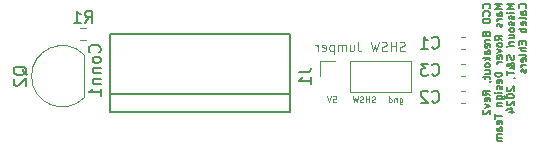
<source format=gbr>
%TF.GenerationSoftware,KiCad,Pcbnew,7.0.7*%
%TF.CreationDate,2024-03-26T15:52:03-05:00*%
%TF.ProjectId,RamanCCDBoard,52616d61-6e43-4434-9442-6f6172642e6b,rev?*%
%TF.SameCoordinates,Original*%
%TF.FileFunction,Legend,Bot*%
%TF.FilePolarity,Positive*%
%FSLAX46Y46*%
G04 Gerber Fmt 4.6, Leading zero omitted, Abs format (unit mm)*
G04 Created by KiCad (PCBNEW 7.0.7) date 2024-03-26 15:52:03*
%MOMM*%
%LPD*%
G01*
G04 APERTURE LIST*
%ADD10C,0.127000*%
%ADD11C,0.076200*%
%ADD12C,0.095250*%
%ADD13C,0.150000*%
%ADD14C,0.120000*%
G04 APERTURE END LIST*
D10*
X86450157Y-21679599D02*
X86480396Y-21649361D01*
X86480396Y-21649361D02*
X86510634Y-21558647D01*
X86510634Y-21558647D02*
X86510634Y-21498171D01*
X86510634Y-21498171D02*
X86480396Y-21407456D01*
X86480396Y-21407456D02*
X86419919Y-21346980D01*
X86419919Y-21346980D02*
X86359443Y-21316742D01*
X86359443Y-21316742D02*
X86238491Y-21286504D01*
X86238491Y-21286504D02*
X86147776Y-21286504D01*
X86147776Y-21286504D02*
X86026824Y-21316742D01*
X86026824Y-21316742D02*
X85966348Y-21346980D01*
X85966348Y-21346980D02*
X85905872Y-21407456D01*
X85905872Y-21407456D02*
X85875634Y-21498171D01*
X85875634Y-21498171D02*
X85875634Y-21558647D01*
X85875634Y-21558647D02*
X85905872Y-21649361D01*
X85905872Y-21649361D02*
X85936110Y-21679599D01*
X86450157Y-22314599D02*
X86480396Y-22284361D01*
X86480396Y-22284361D02*
X86510634Y-22193647D01*
X86510634Y-22193647D02*
X86510634Y-22133171D01*
X86510634Y-22133171D02*
X86480396Y-22042456D01*
X86480396Y-22042456D02*
X86419919Y-21981980D01*
X86419919Y-21981980D02*
X86359443Y-21951742D01*
X86359443Y-21951742D02*
X86238491Y-21921504D01*
X86238491Y-21921504D02*
X86147776Y-21921504D01*
X86147776Y-21921504D02*
X86026824Y-21951742D01*
X86026824Y-21951742D02*
X85966348Y-21981980D01*
X85966348Y-21981980D02*
X85905872Y-22042456D01*
X85905872Y-22042456D02*
X85875634Y-22133171D01*
X85875634Y-22133171D02*
X85875634Y-22193647D01*
X85875634Y-22193647D02*
X85905872Y-22284361D01*
X85905872Y-22284361D02*
X85936110Y-22314599D01*
X86510634Y-22586742D02*
X85875634Y-22586742D01*
X85875634Y-22586742D02*
X85875634Y-22737932D01*
X85875634Y-22737932D02*
X85905872Y-22828647D01*
X85905872Y-22828647D02*
X85966348Y-22889123D01*
X85966348Y-22889123D02*
X86026824Y-22919361D01*
X86026824Y-22919361D02*
X86147776Y-22949599D01*
X86147776Y-22949599D02*
X86238491Y-22949599D01*
X86238491Y-22949599D02*
X86359443Y-22919361D01*
X86359443Y-22919361D02*
X86419919Y-22889123D01*
X86419919Y-22889123D02*
X86480396Y-22828647D01*
X86480396Y-22828647D02*
X86510634Y-22737932D01*
X86510634Y-22737932D02*
X86510634Y-22586742D01*
X86178015Y-23917219D02*
X86208253Y-24007933D01*
X86208253Y-24007933D02*
X86238491Y-24038171D01*
X86238491Y-24038171D02*
X86298967Y-24068409D01*
X86298967Y-24068409D02*
X86389681Y-24068409D01*
X86389681Y-24068409D02*
X86450157Y-24038171D01*
X86450157Y-24038171D02*
X86480396Y-24007933D01*
X86480396Y-24007933D02*
X86510634Y-23947457D01*
X86510634Y-23947457D02*
X86510634Y-23705552D01*
X86510634Y-23705552D02*
X85875634Y-23705552D01*
X85875634Y-23705552D02*
X85875634Y-23917219D01*
X85875634Y-23917219D02*
X85905872Y-23977695D01*
X85905872Y-23977695D02*
X85936110Y-24007933D01*
X85936110Y-24007933D02*
X85996586Y-24038171D01*
X85996586Y-24038171D02*
X86057062Y-24038171D01*
X86057062Y-24038171D02*
X86117538Y-24007933D01*
X86117538Y-24007933D02*
X86147776Y-23977695D01*
X86147776Y-23977695D02*
X86178015Y-23917219D01*
X86178015Y-23917219D02*
X86178015Y-23705552D01*
X86510634Y-24340552D02*
X86087300Y-24340552D01*
X86208253Y-24340552D02*
X86147776Y-24370790D01*
X86147776Y-24370790D02*
X86117538Y-24401028D01*
X86117538Y-24401028D02*
X86087300Y-24461504D01*
X86087300Y-24461504D02*
X86087300Y-24521981D01*
X86480396Y-24975552D02*
X86510634Y-24915076D01*
X86510634Y-24915076D02*
X86510634Y-24794123D01*
X86510634Y-24794123D02*
X86480396Y-24733647D01*
X86480396Y-24733647D02*
X86419919Y-24703409D01*
X86419919Y-24703409D02*
X86178015Y-24703409D01*
X86178015Y-24703409D02*
X86117538Y-24733647D01*
X86117538Y-24733647D02*
X86087300Y-24794123D01*
X86087300Y-24794123D02*
X86087300Y-24915076D01*
X86087300Y-24915076D02*
X86117538Y-24975552D01*
X86117538Y-24975552D02*
X86178015Y-25005790D01*
X86178015Y-25005790D02*
X86238491Y-25005790D01*
X86238491Y-25005790D02*
X86298967Y-24703409D01*
X86510634Y-25550076D02*
X86178015Y-25550076D01*
X86178015Y-25550076D02*
X86117538Y-25519838D01*
X86117538Y-25519838D02*
X86087300Y-25459362D01*
X86087300Y-25459362D02*
X86087300Y-25338409D01*
X86087300Y-25338409D02*
X86117538Y-25277933D01*
X86480396Y-25550076D02*
X86510634Y-25489600D01*
X86510634Y-25489600D02*
X86510634Y-25338409D01*
X86510634Y-25338409D02*
X86480396Y-25277933D01*
X86480396Y-25277933D02*
X86419919Y-25247695D01*
X86419919Y-25247695D02*
X86359443Y-25247695D01*
X86359443Y-25247695D02*
X86298967Y-25277933D01*
X86298967Y-25277933D02*
X86268729Y-25338409D01*
X86268729Y-25338409D02*
X86268729Y-25489600D01*
X86268729Y-25489600D02*
X86238491Y-25550076D01*
X86510634Y-25852457D02*
X85875634Y-25852457D01*
X86268729Y-25912933D02*
X86510634Y-26094362D01*
X86087300Y-26094362D02*
X86329205Y-25852457D01*
X86510634Y-26457219D02*
X86480396Y-26396743D01*
X86480396Y-26396743D02*
X86450157Y-26366505D01*
X86450157Y-26366505D02*
X86389681Y-26336267D01*
X86389681Y-26336267D02*
X86208253Y-26336267D01*
X86208253Y-26336267D02*
X86147776Y-26366505D01*
X86147776Y-26366505D02*
X86117538Y-26396743D01*
X86117538Y-26396743D02*
X86087300Y-26457219D01*
X86087300Y-26457219D02*
X86087300Y-26547934D01*
X86087300Y-26547934D02*
X86117538Y-26608410D01*
X86117538Y-26608410D02*
X86147776Y-26638648D01*
X86147776Y-26638648D02*
X86208253Y-26668886D01*
X86208253Y-26668886D02*
X86389681Y-26668886D01*
X86389681Y-26668886D02*
X86450157Y-26638648D01*
X86450157Y-26638648D02*
X86480396Y-26608410D01*
X86480396Y-26608410D02*
X86510634Y-26547934D01*
X86510634Y-26547934D02*
X86510634Y-26457219D01*
X86087300Y-27213172D02*
X86510634Y-27213172D01*
X86087300Y-26941029D02*
X86419919Y-26941029D01*
X86419919Y-26941029D02*
X86480396Y-26971267D01*
X86480396Y-26971267D02*
X86510634Y-27031743D01*
X86510634Y-27031743D02*
X86510634Y-27122458D01*
X86510634Y-27122458D02*
X86480396Y-27182934D01*
X86480396Y-27182934D02*
X86450157Y-27213172D01*
X86087300Y-27424839D02*
X86087300Y-27666743D01*
X85875634Y-27515553D02*
X86419919Y-27515553D01*
X86419919Y-27515553D02*
X86480396Y-27545791D01*
X86480396Y-27545791D02*
X86510634Y-27606267D01*
X86510634Y-27606267D02*
X86510634Y-27666743D01*
X86480396Y-27908648D02*
X86510634Y-27908648D01*
X86510634Y-27908648D02*
X86571110Y-27878410D01*
X86571110Y-27878410D02*
X86601348Y-27848172D01*
X86510634Y-29027458D02*
X86208253Y-28815791D01*
X86510634Y-28664601D02*
X85875634Y-28664601D01*
X85875634Y-28664601D02*
X85875634Y-28906506D01*
X85875634Y-28906506D02*
X85905872Y-28966982D01*
X85905872Y-28966982D02*
X85936110Y-28997220D01*
X85936110Y-28997220D02*
X85996586Y-29027458D01*
X85996586Y-29027458D02*
X86087300Y-29027458D01*
X86087300Y-29027458D02*
X86147776Y-28997220D01*
X86147776Y-28997220D02*
X86178015Y-28966982D01*
X86178015Y-28966982D02*
X86208253Y-28906506D01*
X86208253Y-28906506D02*
X86208253Y-28664601D01*
X86480396Y-29541506D02*
X86510634Y-29481030D01*
X86510634Y-29481030D02*
X86510634Y-29360077D01*
X86510634Y-29360077D02*
X86480396Y-29299601D01*
X86480396Y-29299601D02*
X86419919Y-29269363D01*
X86419919Y-29269363D02*
X86178015Y-29269363D01*
X86178015Y-29269363D02*
X86117538Y-29299601D01*
X86117538Y-29299601D02*
X86087300Y-29360077D01*
X86087300Y-29360077D02*
X86087300Y-29481030D01*
X86087300Y-29481030D02*
X86117538Y-29541506D01*
X86117538Y-29541506D02*
X86178015Y-29571744D01*
X86178015Y-29571744D02*
X86238491Y-29571744D01*
X86238491Y-29571744D02*
X86298967Y-29269363D01*
X86087300Y-29783411D02*
X86510634Y-29934601D01*
X86510634Y-29934601D02*
X86087300Y-30085792D01*
X85936110Y-30297459D02*
X85905872Y-30327697D01*
X85905872Y-30327697D02*
X85875634Y-30388173D01*
X85875634Y-30388173D02*
X85875634Y-30539364D01*
X85875634Y-30539364D02*
X85905872Y-30599840D01*
X85905872Y-30599840D02*
X85936110Y-30630078D01*
X85936110Y-30630078D02*
X85996586Y-30660316D01*
X85996586Y-30660316D02*
X86057062Y-30660316D01*
X86057062Y-30660316D02*
X86147776Y-30630078D01*
X86147776Y-30630078D02*
X86510634Y-30267221D01*
X86510634Y-30267221D02*
X86510634Y-30660316D01*
X87532984Y-21316742D02*
X86897984Y-21316742D01*
X86897984Y-21316742D02*
X87351555Y-21528409D01*
X87351555Y-21528409D02*
X86897984Y-21740075D01*
X86897984Y-21740075D02*
X87532984Y-21740075D01*
X87532984Y-22314599D02*
X87200365Y-22314599D01*
X87200365Y-22314599D02*
X87139888Y-22284361D01*
X87139888Y-22284361D02*
X87109650Y-22223885D01*
X87109650Y-22223885D02*
X87109650Y-22102932D01*
X87109650Y-22102932D02*
X87139888Y-22042456D01*
X87502746Y-22314599D02*
X87532984Y-22254123D01*
X87532984Y-22254123D02*
X87532984Y-22102932D01*
X87532984Y-22102932D02*
X87502746Y-22042456D01*
X87502746Y-22042456D02*
X87442269Y-22012218D01*
X87442269Y-22012218D02*
X87381793Y-22012218D01*
X87381793Y-22012218D02*
X87321317Y-22042456D01*
X87321317Y-22042456D02*
X87291079Y-22102932D01*
X87291079Y-22102932D02*
X87291079Y-22254123D01*
X87291079Y-22254123D02*
X87260841Y-22314599D01*
X87532984Y-22616980D02*
X87109650Y-22616980D01*
X87230603Y-22616980D02*
X87170126Y-22647218D01*
X87170126Y-22647218D02*
X87139888Y-22677456D01*
X87139888Y-22677456D02*
X87109650Y-22737932D01*
X87109650Y-22737932D02*
X87109650Y-22798409D01*
X87502746Y-22979837D02*
X87532984Y-23040313D01*
X87532984Y-23040313D02*
X87532984Y-23161265D01*
X87532984Y-23161265D02*
X87502746Y-23221742D01*
X87502746Y-23221742D02*
X87442269Y-23251980D01*
X87442269Y-23251980D02*
X87412031Y-23251980D01*
X87412031Y-23251980D02*
X87351555Y-23221742D01*
X87351555Y-23221742D02*
X87321317Y-23161265D01*
X87321317Y-23161265D02*
X87321317Y-23070551D01*
X87321317Y-23070551D02*
X87291079Y-23010075D01*
X87291079Y-23010075D02*
X87230603Y-22979837D01*
X87230603Y-22979837D02*
X87200365Y-22979837D01*
X87200365Y-22979837D02*
X87139888Y-23010075D01*
X87139888Y-23010075D02*
X87109650Y-23070551D01*
X87109650Y-23070551D02*
X87109650Y-23161265D01*
X87109650Y-23161265D02*
X87139888Y-23221742D01*
X87532984Y-24370790D02*
X87230603Y-24159123D01*
X87532984Y-24007933D02*
X86897984Y-24007933D01*
X86897984Y-24007933D02*
X86897984Y-24249838D01*
X86897984Y-24249838D02*
X86928222Y-24310314D01*
X86928222Y-24310314D02*
X86958460Y-24340552D01*
X86958460Y-24340552D02*
X87018936Y-24370790D01*
X87018936Y-24370790D02*
X87109650Y-24370790D01*
X87109650Y-24370790D02*
X87170126Y-24340552D01*
X87170126Y-24340552D02*
X87200365Y-24310314D01*
X87200365Y-24310314D02*
X87230603Y-24249838D01*
X87230603Y-24249838D02*
X87230603Y-24007933D01*
X87532984Y-24733647D02*
X87502746Y-24673171D01*
X87502746Y-24673171D02*
X87472507Y-24642933D01*
X87472507Y-24642933D02*
X87412031Y-24612695D01*
X87412031Y-24612695D02*
X87230603Y-24612695D01*
X87230603Y-24612695D02*
X87170126Y-24642933D01*
X87170126Y-24642933D02*
X87139888Y-24673171D01*
X87139888Y-24673171D02*
X87109650Y-24733647D01*
X87109650Y-24733647D02*
X87109650Y-24824362D01*
X87109650Y-24824362D02*
X87139888Y-24884838D01*
X87139888Y-24884838D02*
X87170126Y-24915076D01*
X87170126Y-24915076D02*
X87230603Y-24945314D01*
X87230603Y-24945314D02*
X87412031Y-24945314D01*
X87412031Y-24945314D02*
X87472507Y-24915076D01*
X87472507Y-24915076D02*
X87502746Y-24884838D01*
X87502746Y-24884838D02*
X87532984Y-24824362D01*
X87532984Y-24824362D02*
X87532984Y-24733647D01*
X87109650Y-25156981D02*
X87532984Y-25308171D01*
X87532984Y-25308171D02*
X87109650Y-25459362D01*
X87502746Y-25943172D02*
X87532984Y-25882696D01*
X87532984Y-25882696D02*
X87532984Y-25761743D01*
X87532984Y-25761743D02*
X87502746Y-25701267D01*
X87502746Y-25701267D02*
X87442269Y-25671029D01*
X87442269Y-25671029D02*
X87200365Y-25671029D01*
X87200365Y-25671029D02*
X87139888Y-25701267D01*
X87139888Y-25701267D02*
X87109650Y-25761743D01*
X87109650Y-25761743D02*
X87109650Y-25882696D01*
X87109650Y-25882696D02*
X87139888Y-25943172D01*
X87139888Y-25943172D02*
X87200365Y-25973410D01*
X87200365Y-25973410D02*
X87260841Y-25973410D01*
X87260841Y-25973410D02*
X87321317Y-25671029D01*
X87532984Y-26245553D02*
X87109650Y-26245553D01*
X87230603Y-26245553D02*
X87170126Y-26275791D01*
X87170126Y-26275791D02*
X87139888Y-26306029D01*
X87139888Y-26306029D02*
X87109650Y-26366505D01*
X87109650Y-26366505D02*
X87109650Y-26426982D01*
X87532984Y-27122458D02*
X86897984Y-27122458D01*
X86897984Y-27122458D02*
X86897984Y-27273648D01*
X86897984Y-27273648D02*
X86928222Y-27364363D01*
X86928222Y-27364363D02*
X86988698Y-27424839D01*
X86988698Y-27424839D02*
X87049174Y-27455077D01*
X87049174Y-27455077D02*
X87170126Y-27485315D01*
X87170126Y-27485315D02*
X87260841Y-27485315D01*
X87260841Y-27485315D02*
X87381793Y-27455077D01*
X87381793Y-27455077D02*
X87442269Y-27424839D01*
X87442269Y-27424839D02*
X87502746Y-27364363D01*
X87502746Y-27364363D02*
X87532984Y-27273648D01*
X87532984Y-27273648D02*
X87532984Y-27122458D01*
X87502746Y-27999363D02*
X87532984Y-27938887D01*
X87532984Y-27938887D02*
X87532984Y-27817934D01*
X87532984Y-27817934D02*
X87502746Y-27757458D01*
X87502746Y-27757458D02*
X87442269Y-27727220D01*
X87442269Y-27727220D02*
X87200365Y-27727220D01*
X87200365Y-27727220D02*
X87139888Y-27757458D01*
X87139888Y-27757458D02*
X87109650Y-27817934D01*
X87109650Y-27817934D02*
X87109650Y-27938887D01*
X87109650Y-27938887D02*
X87139888Y-27999363D01*
X87139888Y-27999363D02*
X87200365Y-28029601D01*
X87200365Y-28029601D02*
X87260841Y-28029601D01*
X87260841Y-28029601D02*
X87321317Y-27727220D01*
X87502746Y-28271506D02*
X87532984Y-28331982D01*
X87532984Y-28331982D02*
X87532984Y-28452934D01*
X87532984Y-28452934D02*
X87502746Y-28513411D01*
X87502746Y-28513411D02*
X87442269Y-28543649D01*
X87442269Y-28543649D02*
X87412031Y-28543649D01*
X87412031Y-28543649D02*
X87351555Y-28513411D01*
X87351555Y-28513411D02*
X87321317Y-28452934D01*
X87321317Y-28452934D02*
X87321317Y-28362220D01*
X87321317Y-28362220D02*
X87291079Y-28301744D01*
X87291079Y-28301744D02*
X87230603Y-28271506D01*
X87230603Y-28271506D02*
X87200365Y-28271506D01*
X87200365Y-28271506D02*
X87139888Y-28301744D01*
X87139888Y-28301744D02*
X87109650Y-28362220D01*
X87109650Y-28362220D02*
X87109650Y-28452934D01*
X87109650Y-28452934D02*
X87139888Y-28513411D01*
X87532984Y-28815792D02*
X87109650Y-28815792D01*
X86897984Y-28815792D02*
X86928222Y-28785554D01*
X86928222Y-28785554D02*
X86958460Y-28815792D01*
X86958460Y-28815792D02*
X86928222Y-28846030D01*
X86928222Y-28846030D02*
X86897984Y-28815792D01*
X86897984Y-28815792D02*
X86958460Y-28815792D01*
X87109650Y-29390316D02*
X87623698Y-29390316D01*
X87623698Y-29390316D02*
X87684174Y-29360078D01*
X87684174Y-29360078D02*
X87714412Y-29329840D01*
X87714412Y-29329840D02*
X87744650Y-29269363D01*
X87744650Y-29269363D02*
X87744650Y-29178649D01*
X87744650Y-29178649D02*
X87714412Y-29118173D01*
X87502746Y-29390316D02*
X87532984Y-29329840D01*
X87532984Y-29329840D02*
X87532984Y-29208887D01*
X87532984Y-29208887D02*
X87502746Y-29148411D01*
X87502746Y-29148411D02*
X87472507Y-29118173D01*
X87472507Y-29118173D02*
X87412031Y-29087935D01*
X87412031Y-29087935D02*
X87230603Y-29087935D01*
X87230603Y-29087935D02*
X87170126Y-29118173D01*
X87170126Y-29118173D02*
X87139888Y-29148411D01*
X87139888Y-29148411D02*
X87109650Y-29208887D01*
X87109650Y-29208887D02*
X87109650Y-29329840D01*
X87109650Y-29329840D02*
X87139888Y-29390316D01*
X87109650Y-29692697D02*
X87532984Y-29692697D01*
X87170126Y-29692697D02*
X87139888Y-29722935D01*
X87139888Y-29722935D02*
X87109650Y-29783411D01*
X87109650Y-29783411D02*
X87109650Y-29874126D01*
X87109650Y-29874126D02*
X87139888Y-29934602D01*
X87139888Y-29934602D02*
X87200365Y-29964840D01*
X87200365Y-29964840D02*
X87532984Y-29964840D01*
X86897984Y-30660317D02*
X86897984Y-31023174D01*
X87532984Y-30841745D02*
X86897984Y-30841745D01*
X87502746Y-31476746D02*
X87532984Y-31416270D01*
X87532984Y-31416270D02*
X87532984Y-31295317D01*
X87532984Y-31295317D02*
X87502746Y-31234841D01*
X87502746Y-31234841D02*
X87442269Y-31204603D01*
X87442269Y-31204603D02*
X87200365Y-31204603D01*
X87200365Y-31204603D02*
X87139888Y-31234841D01*
X87139888Y-31234841D02*
X87109650Y-31295317D01*
X87109650Y-31295317D02*
X87109650Y-31416270D01*
X87109650Y-31416270D02*
X87139888Y-31476746D01*
X87139888Y-31476746D02*
X87200365Y-31506984D01*
X87200365Y-31506984D02*
X87260841Y-31506984D01*
X87260841Y-31506984D02*
X87321317Y-31204603D01*
X87532984Y-32051270D02*
X87200365Y-32051270D01*
X87200365Y-32051270D02*
X87139888Y-32021032D01*
X87139888Y-32021032D02*
X87109650Y-31960556D01*
X87109650Y-31960556D02*
X87109650Y-31839603D01*
X87109650Y-31839603D02*
X87139888Y-31779127D01*
X87502746Y-32051270D02*
X87532984Y-31990794D01*
X87532984Y-31990794D02*
X87532984Y-31839603D01*
X87532984Y-31839603D02*
X87502746Y-31779127D01*
X87502746Y-31779127D02*
X87442269Y-31748889D01*
X87442269Y-31748889D02*
X87381793Y-31748889D01*
X87381793Y-31748889D02*
X87321317Y-31779127D01*
X87321317Y-31779127D02*
X87291079Y-31839603D01*
X87291079Y-31839603D02*
X87291079Y-31990794D01*
X87291079Y-31990794D02*
X87260841Y-32051270D01*
X87532984Y-32353651D02*
X87109650Y-32353651D01*
X87170126Y-32353651D02*
X87139888Y-32383889D01*
X87139888Y-32383889D02*
X87109650Y-32444365D01*
X87109650Y-32444365D02*
X87109650Y-32535080D01*
X87109650Y-32535080D02*
X87139888Y-32595556D01*
X87139888Y-32595556D02*
X87200365Y-32625794D01*
X87200365Y-32625794D02*
X87532984Y-32625794D01*
X87200365Y-32625794D02*
X87139888Y-32656032D01*
X87139888Y-32656032D02*
X87109650Y-32716508D01*
X87109650Y-32716508D02*
X87109650Y-32807222D01*
X87109650Y-32807222D02*
X87139888Y-32867699D01*
X87139888Y-32867699D02*
X87200365Y-32897937D01*
X87200365Y-32897937D02*
X87532984Y-32897937D01*
X88555334Y-21316742D02*
X87920334Y-21316742D01*
X87920334Y-21316742D02*
X88373905Y-21528409D01*
X88373905Y-21528409D02*
X87920334Y-21740075D01*
X87920334Y-21740075D02*
X88555334Y-21740075D01*
X88555334Y-22042456D02*
X88132000Y-22042456D01*
X87920334Y-22042456D02*
X87950572Y-22012218D01*
X87950572Y-22012218D02*
X87980810Y-22042456D01*
X87980810Y-22042456D02*
X87950572Y-22072694D01*
X87950572Y-22072694D02*
X87920334Y-22042456D01*
X87920334Y-22042456D02*
X87980810Y-22042456D01*
X88525096Y-22314599D02*
X88555334Y-22375075D01*
X88555334Y-22375075D02*
X88555334Y-22496027D01*
X88555334Y-22496027D02*
X88525096Y-22556504D01*
X88525096Y-22556504D02*
X88464619Y-22586742D01*
X88464619Y-22586742D02*
X88434381Y-22586742D01*
X88434381Y-22586742D02*
X88373905Y-22556504D01*
X88373905Y-22556504D02*
X88343667Y-22496027D01*
X88343667Y-22496027D02*
X88343667Y-22405313D01*
X88343667Y-22405313D02*
X88313429Y-22344837D01*
X88313429Y-22344837D02*
X88252953Y-22314599D01*
X88252953Y-22314599D02*
X88222715Y-22314599D01*
X88222715Y-22314599D02*
X88162238Y-22344837D01*
X88162238Y-22344837D02*
X88132000Y-22405313D01*
X88132000Y-22405313D02*
X88132000Y-22496027D01*
X88132000Y-22496027D02*
X88162238Y-22556504D01*
X88525096Y-22828647D02*
X88555334Y-22889123D01*
X88555334Y-22889123D02*
X88555334Y-23010075D01*
X88555334Y-23010075D02*
X88525096Y-23070552D01*
X88525096Y-23070552D02*
X88464619Y-23100790D01*
X88464619Y-23100790D02*
X88434381Y-23100790D01*
X88434381Y-23100790D02*
X88373905Y-23070552D01*
X88373905Y-23070552D02*
X88343667Y-23010075D01*
X88343667Y-23010075D02*
X88343667Y-22919361D01*
X88343667Y-22919361D02*
X88313429Y-22858885D01*
X88313429Y-22858885D02*
X88252953Y-22828647D01*
X88252953Y-22828647D02*
X88222715Y-22828647D01*
X88222715Y-22828647D02*
X88162238Y-22858885D01*
X88162238Y-22858885D02*
X88132000Y-22919361D01*
X88132000Y-22919361D02*
X88132000Y-23010075D01*
X88132000Y-23010075D02*
X88162238Y-23070552D01*
X88555334Y-23463647D02*
X88525096Y-23403171D01*
X88525096Y-23403171D02*
X88494857Y-23372933D01*
X88494857Y-23372933D02*
X88434381Y-23342695D01*
X88434381Y-23342695D02*
X88252953Y-23342695D01*
X88252953Y-23342695D02*
X88192476Y-23372933D01*
X88192476Y-23372933D02*
X88162238Y-23403171D01*
X88162238Y-23403171D02*
X88132000Y-23463647D01*
X88132000Y-23463647D02*
X88132000Y-23554362D01*
X88132000Y-23554362D02*
X88162238Y-23614838D01*
X88162238Y-23614838D02*
X88192476Y-23645076D01*
X88192476Y-23645076D02*
X88252953Y-23675314D01*
X88252953Y-23675314D02*
X88434381Y-23675314D01*
X88434381Y-23675314D02*
X88494857Y-23645076D01*
X88494857Y-23645076D02*
X88525096Y-23614838D01*
X88525096Y-23614838D02*
X88555334Y-23554362D01*
X88555334Y-23554362D02*
X88555334Y-23463647D01*
X88132000Y-24219600D02*
X88555334Y-24219600D01*
X88132000Y-23947457D02*
X88464619Y-23947457D01*
X88464619Y-23947457D02*
X88525096Y-23977695D01*
X88525096Y-23977695D02*
X88555334Y-24038171D01*
X88555334Y-24038171D02*
X88555334Y-24128886D01*
X88555334Y-24128886D02*
X88525096Y-24189362D01*
X88525096Y-24189362D02*
X88494857Y-24219600D01*
X88555334Y-24521981D02*
X88132000Y-24521981D01*
X88252953Y-24521981D02*
X88192476Y-24552219D01*
X88192476Y-24552219D02*
X88162238Y-24582457D01*
X88162238Y-24582457D02*
X88132000Y-24642933D01*
X88132000Y-24642933D02*
X88132000Y-24703410D01*
X88555334Y-24915076D02*
X88132000Y-24915076D01*
X87920334Y-24915076D02*
X87950572Y-24884838D01*
X87950572Y-24884838D02*
X87980810Y-24915076D01*
X87980810Y-24915076D02*
X87950572Y-24945314D01*
X87950572Y-24945314D02*
X87920334Y-24915076D01*
X87920334Y-24915076D02*
X87980810Y-24915076D01*
X88525096Y-25671029D02*
X88555334Y-25761743D01*
X88555334Y-25761743D02*
X88555334Y-25912934D01*
X88555334Y-25912934D02*
X88525096Y-25973410D01*
X88525096Y-25973410D02*
X88494857Y-26003648D01*
X88494857Y-26003648D02*
X88434381Y-26033886D01*
X88434381Y-26033886D02*
X88373905Y-26033886D01*
X88373905Y-26033886D02*
X88313429Y-26003648D01*
X88313429Y-26003648D02*
X88283191Y-25973410D01*
X88283191Y-25973410D02*
X88252953Y-25912934D01*
X88252953Y-25912934D02*
X88222715Y-25791981D01*
X88222715Y-25791981D02*
X88192476Y-25731505D01*
X88192476Y-25731505D02*
X88162238Y-25701267D01*
X88162238Y-25701267D02*
X88101762Y-25671029D01*
X88101762Y-25671029D02*
X88041286Y-25671029D01*
X88041286Y-25671029D02*
X87980810Y-25701267D01*
X87980810Y-25701267D02*
X87950572Y-25731505D01*
X87950572Y-25731505D02*
X87920334Y-25791981D01*
X87920334Y-25791981D02*
X87920334Y-25943172D01*
X87920334Y-25943172D02*
X87950572Y-26033886D01*
X88555334Y-26820077D02*
X88555334Y-26789839D01*
X88555334Y-26789839D02*
X88525096Y-26729362D01*
X88525096Y-26729362D02*
X88434381Y-26638648D01*
X88434381Y-26638648D02*
X88252953Y-26487458D01*
X88252953Y-26487458D02*
X88162238Y-26426981D01*
X88162238Y-26426981D02*
X88071524Y-26396743D01*
X88071524Y-26396743D02*
X88011048Y-26396743D01*
X88011048Y-26396743D02*
X87950572Y-26426981D01*
X87950572Y-26426981D02*
X87920334Y-26487458D01*
X87920334Y-26487458D02*
X87920334Y-26517696D01*
X87920334Y-26517696D02*
X87950572Y-26578172D01*
X87950572Y-26578172D02*
X88011048Y-26608410D01*
X88011048Y-26608410D02*
X88041286Y-26608410D01*
X88041286Y-26608410D02*
X88101762Y-26578172D01*
X88101762Y-26578172D02*
X88132000Y-26547934D01*
X88132000Y-26547934D02*
X88252953Y-26366505D01*
X88252953Y-26366505D02*
X88283191Y-26336267D01*
X88283191Y-26336267D02*
X88343667Y-26306029D01*
X88343667Y-26306029D02*
X88434381Y-26306029D01*
X88434381Y-26306029D02*
X88494857Y-26336267D01*
X88494857Y-26336267D02*
X88525096Y-26366505D01*
X88525096Y-26366505D02*
X88555334Y-26426981D01*
X88555334Y-26426981D02*
X88555334Y-26517696D01*
X88555334Y-26517696D02*
X88525096Y-26578172D01*
X88525096Y-26578172D02*
X88494857Y-26608410D01*
X88494857Y-26608410D02*
X88373905Y-26699124D01*
X88373905Y-26699124D02*
X88283191Y-26729362D01*
X88283191Y-26729362D02*
X88222715Y-26729362D01*
X87920334Y-27001505D02*
X87920334Y-27364362D01*
X88555334Y-27182933D02*
X87920334Y-27182933D01*
X88525096Y-27606267D02*
X88555334Y-27606267D01*
X88555334Y-27606267D02*
X88615810Y-27576029D01*
X88615810Y-27576029D02*
X88646048Y-27545791D01*
X87980810Y-28331982D02*
X87950572Y-28362220D01*
X87950572Y-28362220D02*
X87920334Y-28422696D01*
X87920334Y-28422696D02*
X87920334Y-28573887D01*
X87920334Y-28573887D02*
X87950572Y-28634363D01*
X87950572Y-28634363D02*
X87980810Y-28664601D01*
X87980810Y-28664601D02*
X88041286Y-28694839D01*
X88041286Y-28694839D02*
X88101762Y-28694839D01*
X88101762Y-28694839D02*
X88192476Y-28664601D01*
X88192476Y-28664601D02*
X88555334Y-28301744D01*
X88555334Y-28301744D02*
X88555334Y-28694839D01*
X87920334Y-29087934D02*
X87920334Y-29148411D01*
X87920334Y-29148411D02*
X87950572Y-29208887D01*
X87950572Y-29208887D02*
X87980810Y-29239125D01*
X87980810Y-29239125D02*
X88041286Y-29269363D01*
X88041286Y-29269363D02*
X88162238Y-29299601D01*
X88162238Y-29299601D02*
X88313429Y-29299601D01*
X88313429Y-29299601D02*
X88434381Y-29269363D01*
X88434381Y-29269363D02*
X88494857Y-29239125D01*
X88494857Y-29239125D02*
X88525096Y-29208887D01*
X88525096Y-29208887D02*
X88555334Y-29148411D01*
X88555334Y-29148411D02*
X88555334Y-29087934D01*
X88555334Y-29087934D02*
X88525096Y-29027458D01*
X88525096Y-29027458D02*
X88494857Y-28997220D01*
X88494857Y-28997220D02*
X88434381Y-28966982D01*
X88434381Y-28966982D02*
X88313429Y-28936744D01*
X88313429Y-28936744D02*
X88162238Y-28936744D01*
X88162238Y-28936744D02*
X88041286Y-28966982D01*
X88041286Y-28966982D02*
X87980810Y-28997220D01*
X87980810Y-28997220D02*
X87950572Y-29027458D01*
X87950572Y-29027458D02*
X87920334Y-29087934D01*
X87980810Y-29541506D02*
X87950572Y-29571744D01*
X87950572Y-29571744D02*
X87920334Y-29632220D01*
X87920334Y-29632220D02*
X87920334Y-29783411D01*
X87920334Y-29783411D02*
X87950572Y-29843887D01*
X87950572Y-29843887D02*
X87980810Y-29874125D01*
X87980810Y-29874125D02*
X88041286Y-29904363D01*
X88041286Y-29904363D02*
X88101762Y-29904363D01*
X88101762Y-29904363D02*
X88192476Y-29874125D01*
X88192476Y-29874125D02*
X88555334Y-29511268D01*
X88555334Y-29511268D02*
X88555334Y-29904363D01*
X88132000Y-30448649D02*
X88555334Y-30448649D01*
X87890096Y-30297458D02*
X88343667Y-30146268D01*
X88343667Y-30146268D02*
X88343667Y-30539363D01*
X89517207Y-21679599D02*
X89547446Y-21649361D01*
X89547446Y-21649361D02*
X89577684Y-21558647D01*
X89577684Y-21558647D02*
X89577684Y-21498171D01*
X89577684Y-21498171D02*
X89547446Y-21407456D01*
X89547446Y-21407456D02*
X89486969Y-21346980D01*
X89486969Y-21346980D02*
X89426493Y-21316742D01*
X89426493Y-21316742D02*
X89305541Y-21286504D01*
X89305541Y-21286504D02*
X89214826Y-21286504D01*
X89214826Y-21286504D02*
X89093874Y-21316742D01*
X89093874Y-21316742D02*
X89033398Y-21346980D01*
X89033398Y-21346980D02*
X88972922Y-21407456D01*
X88972922Y-21407456D02*
X88942684Y-21498171D01*
X88942684Y-21498171D02*
X88942684Y-21558647D01*
X88942684Y-21558647D02*
X88972922Y-21649361D01*
X88972922Y-21649361D02*
X89003160Y-21679599D01*
X89577684Y-22223885D02*
X89245065Y-22223885D01*
X89245065Y-22223885D02*
X89184588Y-22193647D01*
X89184588Y-22193647D02*
X89154350Y-22133171D01*
X89154350Y-22133171D02*
X89154350Y-22012218D01*
X89154350Y-22012218D02*
X89184588Y-21951742D01*
X89547446Y-22223885D02*
X89577684Y-22163409D01*
X89577684Y-22163409D02*
X89577684Y-22012218D01*
X89577684Y-22012218D02*
X89547446Y-21951742D01*
X89547446Y-21951742D02*
X89486969Y-21921504D01*
X89486969Y-21921504D02*
X89426493Y-21921504D01*
X89426493Y-21921504D02*
X89366017Y-21951742D01*
X89366017Y-21951742D02*
X89335779Y-22012218D01*
X89335779Y-22012218D02*
X89335779Y-22163409D01*
X89335779Y-22163409D02*
X89305541Y-22223885D01*
X89577684Y-22616980D02*
X89547446Y-22556504D01*
X89547446Y-22556504D02*
X89486969Y-22526266D01*
X89486969Y-22526266D02*
X88942684Y-22526266D01*
X89547446Y-23100790D02*
X89577684Y-23040314D01*
X89577684Y-23040314D02*
X89577684Y-22919361D01*
X89577684Y-22919361D02*
X89547446Y-22858885D01*
X89547446Y-22858885D02*
X89486969Y-22828647D01*
X89486969Y-22828647D02*
X89245065Y-22828647D01*
X89245065Y-22828647D02*
X89184588Y-22858885D01*
X89184588Y-22858885D02*
X89154350Y-22919361D01*
X89154350Y-22919361D02*
X89154350Y-23040314D01*
X89154350Y-23040314D02*
X89184588Y-23100790D01*
X89184588Y-23100790D02*
X89245065Y-23131028D01*
X89245065Y-23131028D02*
X89305541Y-23131028D01*
X89305541Y-23131028D02*
X89366017Y-22828647D01*
X89577684Y-23403171D02*
X88942684Y-23403171D01*
X89184588Y-23403171D02*
X89154350Y-23463647D01*
X89154350Y-23463647D02*
X89154350Y-23584600D01*
X89154350Y-23584600D02*
X89184588Y-23645076D01*
X89184588Y-23645076D02*
X89214826Y-23675314D01*
X89214826Y-23675314D02*
X89275303Y-23705552D01*
X89275303Y-23705552D02*
X89456731Y-23705552D01*
X89456731Y-23705552D02*
X89517207Y-23675314D01*
X89517207Y-23675314D02*
X89547446Y-23645076D01*
X89547446Y-23645076D02*
X89577684Y-23584600D01*
X89577684Y-23584600D02*
X89577684Y-23463647D01*
X89577684Y-23463647D02*
X89547446Y-23403171D01*
X89245065Y-24461505D02*
X89245065Y-24673172D01*
X89577684Y-24763886D02*
X89577684Y-24461505D01*
X89577684Y-24461505D02*
X88942684Y-24461505D01*
X88942684Y-24461505D02*
X88942684Y-24763886D01*
X89577684Y-25036029D02*
X88942684Y-25036029D01*
X89577684Y-25308172D02*
X89245065Y-25308172D01*
X89245065Y-25308172D02*
X89184588Y-25277934D01*
X89184588Y-25277934D02*
X89154350Y-25217458D01*
X89154350Y-25217458D02*
X89154350Y-25126743D01*
X89154350Y-25126743D02*
X89184588Y-25066267D01*
X89184588Y-25066267D02*
X89214826Y-25036029D01*
X89577684Y-25701267D02*
X89547446Y-25640791D01*
X89547446Y-25640791D02*
X89486969Y-25610553D01*
X89486969Y-25610553D02*
X88942684Y-25610553D01*
X89547446Y-26185077D02*
X89577684Y-26124601D01*
X89577684Y-26124601D02*
X89577684Y-26003648D01*
X89577684Y-26003648D02*
X89547446Y-25943172D01*
X89547446Y-25943172D02*
X89486969Y-25912934D01*
X89486969Y-25912934D02*
X89245065Y-25912934D01*
X89245065Y-25912934D02*
X89184588Y-25943172D01*
X89184588Y-25943172D02*
X89154350Y-26003648D01*
X89154350Y-26003648D02*
X89154350Y-26124601D01*
X89154350Y-26124601D02*
X89184588Y-26185077D01*
X89184588Y-26185077D02*
X89245065Y-26215315D01*
X89245065Y-26215315D02*
X89305541Y-26215315D01*
X89305541Y-26215315D02*
X89366017Y-25912934D01*
X89577684Y-26487458D02*
X89154350Y-26487458D01*
X89275303Y-26487458D02*
X89214826Y-26517696D01*
X89214826Y-26517696D02*
X89184588Y-26547934D01*
X89184588Y-26547934D02*
X89154350Y-26608410D01*
X89154350Y-26608410D02*
X89154350Y-26668887D01*
X89547446Y-26850315D02*
X89577684Y-26910791D01*
X89577684Y-26910791D02*
X89577684Y-27031743D01*
X89577684Y-27031743D02*
X89547446Y-27092220D01*
X89547446Y-27092220D02*
X89486969Y-27122458D01*
X89486969Y-27122458D02*
X89456731Y-27122458D01*
X89456731Y-27122458D02*
X89396255Y-27092220D01*
X89396255Y-27092220D02*
X89366017Y-27031743D01*
X89366017Y-27031743D02*
X89366017Y-26941029D01*
X89366017Y-26941029D02*
X89335779Y-26880553D01*
X89335779Y-26880553D02*
X89275303Y-26850315D01*
X89275303Y-26850315D02*
X89245065Y-26850315D01*
X89245065Y-26850315D02*
X89184588Y-26880553D01*
X89184588Y-26880553D02*
X89154350Y-26941029D01*
X89154350Y-26941029D02*
X89154350Y-27031743D01*
X89154350Y-27031743D02*
X89184588Y-27092220D01*
D11*
X78859202Y-29313200D02*
X78859202Y-29724438D01*
X78859202Y-29724438D02*
X78883392Y-29772819D01*
X78883392Y-29772819D02*
X78907583Y-29797010D01*
X78907583Y-29797010D02*
X78955964Y-29821200D01*
X78955964Y-29821200D02*
X79028535Y-29821200D01*
X79028535Y-29821200D02*
X79076916Y-29797010D01*
X78859202Y-29627677D02*
X78907583Y-29651867D01*
X78907583Y-29651867D02*
X79004345Y-29651867D01*
X79004345Y-29651867D02*
X79052726Y-29627677D01*
X79052726Y-29627677D02*
X79076916Y-29603486D01*
X79076916Y-29603486D02*
X79101107Y-29555105D01*
X79101107Y-29555105D02*
X79101107Y-29409962D01*
X79101107Y-29409962D02*
X79076916Y-29361581D01*
X79076916Y-29361581D02*
X79052726Y-29337391D01*
X79052726Y-29337391D02*
X79004345Y-29313200D01*
X79004345Y-29313200D02*
X78907583Y-29313200D01*
X78907583Y-29313200D02*
X78859202Y-29337391D01*
X78617297Y-29313200D02*
X78617297Y-29651867D01*
X78617297Y-29361581D02*
X78593107Y-29337391D01*
X78593107Y-29337391D02*
X78544726Y-29313200D01*
X78544726Y-29313200D02*
X78472154Y-29313200D01*
X78472154Y-29313200D02*
X78423773Y-29337391D01*
X78423773Y-29337391D02*
X78399583Y-29385772D01*
X78399583Y-29385772D02*
X78399583Y-29651867D01*
X77939964Y-29651867D02*
X77939964Y-29143867D01*
X77939964Y-29627677D02*
X77988345Y-29651867D01*
X77988345Y-29651867D02*
X78085107Y-29651867D01*
X78085107Y-29651867D02*
X78133488Y-29627677D01*
X78133488Y-29627677D02*
X78157678Y-29603486D01*
X78157678Y-29603486D02*
X78181869Y-29555105D01*
X78181869Y-29555105D02*
X78181869Y-29409962D01*
X78181869Y-29409962D02*
X78157678Y-29361581D01*
X78157678Y-29361581D02*
X78133488Y-29337391D01*
X78133488Y-29337391D02*
X78085107Y-29313200D01*
X78085107Y-29313200D02*
X77988345Y-29313200D01*
X77988345Y-29313200D02*
X77939964Y-29337391D01*
X73247011Y-29143867D02*
X73488916Y-29143867D01*
X73488916Y-29143867D02*
X73513107Y-29385772D01*
X73513107Y-29385772D02*
X73488916Y-29361581D01*
X73488916Y-29361581D02*
X73440535Y-29337391D01*
X73440535Y-29337391D02*
X73319583Y-29337391D01*
X73319583Y-29337391D02*
X73271202Y-29361581D01*
X73271202Y-29361581D02*
X73247011Y-29385772D01*
X73247011Y-29385772D02*
X73222821Y-29434153D01*
X73222821Y-29434153D02*
X73222821Y-29555105D01*
X73222821Y-29555105D02*
X73247011Y-29603486D01*
X73247011Y-29603486D02*
X73271202Y-29627677D01*
X73271202Y-29627677D02*
X73319583Y-29651867D01*
X73319583Y-29651867D02*
X73440535Y-29651867D01*
X73440535Y-29651867D02*
X73488916Y-29627677D01*
X73488916Y-29627677D02*
X73513107Y-29603486D01*
X73077678Y-29143867D02*
X72908344Y-29651867D01*
X72908344Y-29651867D02*
X72739011Y-29143867D01*
D12*
X79294193Y-25265507D02*
X79185336Y-25301792D01*
X79185336Y-25301792D02*
X79003907Y-25301792D01*
X79003907Y-25301792D02*
X78931336Y-25265507D01*
X78931336Y-25265507D02*
X78895050Y-25229221D01*
X78895050Y-25229221D02*
X78858764Y-25156649D01*
X78858764Y-25156649D02*
X78858764Y-25084078D01*
X78858764Y-25084078D02*
X78895050Y-25011507D01*
X78895050Y-25011507D02*
X78931336Y-24975221D01*
X78931336Y-24975221D02*
X79003907Y-24938935D01*
X79003907Y-24938935D02*
X79149050Y-24902649D01*
X79149050Y-24902649D02*
X79221621Y-24866364D01*
X79221621Y-24866364D02*
X79257907Y-24830078D01*
X79257907Y-24830078D02*
X79294193Y-24757507D01*
X79294193Y-24757507D02*
X79294193Y-24684935D01*
X79294193Y-24684935D02*
X79257907Y-24612364D01*
X79257907Y-24612364D02*
X79221621Y-24576078D01*
X79221621Y-24576078D02*
X79149050Y-24539792D01*
X79149050Y-24539792D02*
X78967621Y-24539792D01*
X78967621Y-24539792D02*
X78858764Y-24576078D01*
X78532193Y-25301792D02*
X78532193Y-24539792D01*
X78532193Y-24902649D02*
X78096764Y-24902649D01*
X78096764Y-25301792D02*
X78096764Y-24539792D01*
X77770193Y-25265507D02*
X77661336Y-25301792D01*
X77661336Y-25301792D02*
X77479907Y-25301792D01*
X77479907Y-25301792D02*
X77407336Y-25265507D01*
X77407336Y-25265507D02*
X77371050Y-25229221D01*
X77371050Y-25229221D02*
X77334764Y-25156649D01*
X77334764Y-25156649D02*
X77334764Y-25084078D01*
X77334764Y-25084078D02*
X77371050Y-25011507D01*
X77371050Y-25011507D02*
X77407336Y-24975221D01*
X77407336Y-24975221D02*
X77479907Y-24938935D01*
X77479907Y-24938935D02*
X77625050Y-24902649D01*
X77625050Y-24902649D02*
X77697621Y-24866364D01*
X77697621Y-24866364D02*
X77733907Y-24830078D01*
X77733907Y-24830078D02*
X77770193Y-24757507D01*
X77770193Y-24757507D02*
X77770193Y-24684935D01*
X77770193Y-24684935D02*
X77733907Y-24612364D01*
X77733907Y-24612364D02*
X77697621Y-24576078D01*
X77697621Y-24576078D02*
X77625050Y-24539792D01*
X77625050Y-24539792D02*
X77443621Y-24539792D01*
X77443621Y-24539792D02*
X77334764Y-24576078D01*
X77080764Y-24539792D02*
X76899336Y-25301792D01*
X76899336Y-25301792D02*
X76754193Y-24757507D01*
X76754193Y-24757507D02*
X76609050Y-25301792D01*
X76609050Y-25301792D02*
X76427622Y-24539792D01*
X75339051Y-24539792D02*
X75339051Y-25084078D01*
X75339051Y-25084078D02*
X75375336Y-25192935D01*
X75375336Y-25192935D02*
X75447908Y-25265507D01*
X75447908Y-25265507D02*
X75556765Y-25301792D01*
X75556765Y-25301792D02*
X75629336Y-25301792D01*
X74649623Y-24793792D02*
X74649623Y-25301792D01*
X74976194Y-24793792D02*
X74976194Y-25192935D01*
X74976194Y-25192935D02*
X74939908Y-25265507D01*
X74939908Y-25265507D02*
X74867337Y-25301792D01*
X74867337Y-25301792D02*
X74758480Y-25301792D01*
X74758480Y-25301792D02*
X74685908Y-25265507D01*
X74685908Y-25265507D02*
X74649623Y-25229221D01*
X74286765Y-25301792D02*
X74286765Y-24793792D01*
X74286765Y-24866364D02*
X74250479Y-24830078D01*
X74250479Y-24830078D02*
X74177908Y-24793792D01*
X74177908Y-24793792D02*
X74069051Y-24793792D01*
X74069051Y-24793792D02*
X73996479Y-24830078D01*
X73996479Y-24830078D02*
X73960194Y-24902649D01*
X73960194Y-24902649D02*
X73960194Y-25301792D01*
X73960194Y-24902649D02*
X73923908Y-24830078D01*
X73923908Y-24830078D02*
X73851336Y-24793792D01*
X73851336Y-24793792D02*
X73742479Y-24793792D01*
X73742479Y-24793792D02*
X73669908Y-24830078D01*
X73669908Y-24830078D02*
X73633622Y-24902649D01*
X73633622Y-24902649D02*
X73633622Y-25301792D01*
X73270765Y-24793792D02*
X73270765Y-25555792D01*
X73270765Y-24830078D02*
X73198194Y-24793792D01*
X73198194Y-24793792D02*
X73053051Y-24793792D01*
X73053051Y-24793792D02*
X72980479Y-24830078D01*
X72980479Y-24830078D02*
X72944194Y-24866364D01*
X72944194Y-24866364D02*
X72907908Y-24938935D01*
X72907908Y-24938935D02*
X72907908Y-25156649D01*
X72907908Y-25156649D02*
X72944194Y-25229221D01*
X72944194Y-25229221D02*
X72980479Y-25265507D01*
X72980479Y-25265507D02*
X73053051Y-25301792D01*
X73053051Y-25301792D02*
X73198194Y-25301792D01*
X73198194Y-25301792D02*
X73270765Y-25265507D01*
X72291050Y-25265507D02*
X72363622Y-25301792D01*
X72363622Y-25301792D02*
X72508765Y-25301792D01*
X72508765Y-25301792D02*
X72581336Y-25265507D01*
X72581336Y-25265507D02*
X72617622Y-25192935D01*
X72617622Y-25192935D02*
X72617622Y-24902649D01*
X72617622Y-24902649D02*
X72581336Y-24830078D01*
X72581336Y-24830078D02*
X72508765Y-24793792D01*
X72508765Y-24793792D02*
X72363622Y-24793792D01*
X72363622Y-24793792D02*
X72291050Y-24830078D01*
X72291050Y-24830078D02*
X72254765Y-24902649D01*
X72254765Y-24902649D02*
X72254765Y-24975221D01*
X72254765Y-24975221D02*
X72617622Y-25047792D01*
X71928193Y-25301792D02*
X71928193Y-24793792D01*
X71928193Y-24938935D02*
X71891907Y-24866364D01*
X71891907Y-24866364D02*
X71855622Y-24830078D01*
X71855622Y-24830078D02*
X71783050Y-24793792D01*
X71783050Y-24793792D02*
X71710479Y-24793792D01*
D11*
X76815107Y-29627677D02*
X76742535Y-29651867D01*
X76742535Y-29651867D02*
X76621583Y-29651867D01*
X76621583Y-29651867D02*
X76573202Y-29627677D01*
X76573202Y-29627677D02*
X76549011Y-29603486D01*
X76549011Y-29603486D02*
X76524821Y-29555105D01*
X76524821Y-29555105D02*
X76524821Y-29506724D01*
X76524821Y-29506724D02*
X76549011Y-29458343D01*
X76549011Y-29458343D02*
X76573202Y-29434153D01*
X76573202Y-29434153D02*
X76621583Y-29409962D01*
X76621583Y-29409962D02*
X76718345Y-29385772D01*
X76718345Y-29385772D02*
X76766726Y-29361581D01*
X76766726Y-29361581D02*
X76790916Y-29337391D01*
X76790916Y-29337391D02*
X76815107Y-29289010D01*
X76815107Y-29289010D02*
X76815107Y-29240629D01*
X76815107Y-29240629D02*
X76790916Y-29192248D01*
X76790916Y-29192248D02*
X76766726Y-29168057D01*
X76766726Y-29168057D02*
X76718345Y-29143867D01*
X76718345Y-29143867D02*
X76597392Y-29143867D01*
X76597392Y-29143867D02*
X76524821Y-29168057D01*
X76307106Y-29651867D02*
X76307106Y-29143867D01*
X76307106Y-29385772D02*
X76016820Y-29385772D01*
X76016820Y-29651867D02*
X76016820Y-29143867D01*
X75799107Y-29627677D02*
X75726535Y-29651867D01*
X75726535Y-29651867D02*
X75605583Y-29651867D01*
X75605583Y-29651867D02*
X75557202Y-29627677D01*
X75557202Y-29627677D02*
X75533011Y-29603486D01*
X75533011Y-29603486D02*
X75508821Y-29555105D01*
X75508821Y-29555105D02*
X75508821Y-29506724D01*
X75508821Y-29506724D02*
X75533011Y-29458343D01*
X75533011Y-29458343D02*
X75557202Y-29434153D01*
X75557202Y-29434153D02*
X75605583Y-29409962D01*
X75605583Y-29409962D02*
X75702345Y-29385772D01*
X75702345Y-29385772D02*
X75750726Y-29361581D01*
X75750726Y-29361581D02*
X75774916Y-29337391D01*
X75774916Y-29337391D02*
X75799107Y-29289010D01*
X75799107Y-29289010D02*
X75799107Y-29240629D01*
X75799107Y-29240629D02*
X75774916Y-29192248D01*
X75774916Y-29192248D02*
X75750726Y-29168057D01*
X75750726Y-29168057D02*
X75702345Y-29143867D01*
X75702345Y-29143867D02*
X75581392Y-29143867D01*
X75581392Y-29143867D02*
X75508821Y-29168057D01*
X75339487Y-29143867D02*
X75218535Y-29651867D01*
X75218535Y-29651867D02*
X75121773Y-29289010D01*
X75121773Y-29289010D02*
X75025011Y-29651867D01*
X75025011Y-29651867D02*
X74904059Y-29143867D01*
D13*
X81600166Y-27283580D02*
X81647785Y-27331200D01*
X81647785Y-27331200D02*
X81790642Y-27378819D01*
X81790642Y-27378819D02*
X81885880Y-27378819D01*
X81885880Y-27378819D02*
X82028737Y-27331200D01*
X82028737Y-27331200D02*
X82123975Y-27235961D01*
X82123975Y-27235961D02*
X82171594Y-27140723D01*
X82171594Y-27140723D02*
X82219213Y-26950247D01*
X82219213Y-26950247D02*
X82219213Y-26807390D01*
X82219213Y-26807390D02*
X82171594Y-26616914D01*
X82171594Y-26616914D02*
X82123975Y-26521676D01*
X82123975Y-26521676D02*
X82028737Y-26426438D01*
X82028737Y-26426438D02*
X81885880Y-26378819D01*
X81885880Y-26378819D02*
X81790642Y-26378819D01*
X81790642Y-26378819D02*
X81647785Y-26426438D01*
X81647785Y-26426438D02*
X81600166Y-26474057D01*
X81266832Y-26378819D02*
X80647785Y-26378819D01*
X80647785Y-26378819D02*
X80981118Y-26759771D01*
X80981118Y-26759771D02*
X80838261Y-26759771D01*
X80838261Y-26759771D02*
X80743023Y-26807390D01*
X80743023Y-26807390D02*
X80695404Y-26855009D01*
X80695404Y-26855009D02*
X80647785Y-26950247D01*
X80647785Y-26950247D02*
X80647785Y-27188342D01*
X80647785Y-27188342D02*
X80695404Y-27283580D01*
X80695404Y-27283580D02*
X80743023Y-27331200D01*
X80743023Y-27331200D02*
X80838261Y-27378819D01*
X80838261Y-27378819D02*
X81123975Y-27378819D01*
X81123975Y-27378819D02*
X81219213Y-27331200D01*
X81219213Y-27331200D02*
X81266832Y-27283580D01*
X47282057Y-27336761D02*
X47234438Y-27241523D01*
X47234438Y-27241523D02*
X47139200Y-27146285D01*
X47139200Y-27146285D02*
X46996342Y-27003428D01*
X46996342Y-27003428D02*
X46948723Y-26908190D01*
X46948723Y-26908190D02*
X46948723Y-26812952D01*
X47186819Y-26860571D02*
X47139200Y-26765333D01*
X47139200Y-26765333D02*
X47043961Y-26670095D01*
X47043961Y-26670095D02*
X46853485Y-26622476D01*
X46853485Y-26622476D02*
X46520152Y-26622476D01*
X46520152Y-26622476D02*
X46329676Y-26670095D01*
X46329676Y-26670095D02*
X46234438Y-26765333D01*
X46234438Y-26765333D02*
X46186819Y-26860571D01*
X46186819Y-26860571D02*
X46186819Y-27051047D01*
X46186819Y-27051047D02*
X46234438Y-27146285D01*
X46234438Y-27146285D02*
X46329676Y-27241523D01*
X46329676Y-27241523D02*
X46520152Y-27289142D01*
X46520152Y-27289142D02*
X46853485Y-27289142D01*
X46853485Y-27289142D02*
X47043961Y-27241523D01*
X47043961Y-27241523D02*
X47139200Y-27146285D01*
X47139200Y-27146285D02*
X47186819Y-27051047D01*
X47186819Y-27051047D02*
X47186819Y-26860571D01*
X46282057Y-27670095D02*
X46234438Y-27717714D01*
X46234438Y-27717714D02*
X46186819Y-27812952D01*
X46186819Y-27812952D02*
X46186819Y-28051047D01*
X46186819Y-28051047D02*
X46234438Y-28146285D01*
X46234438Y-28146285D02*
X46282057Y-28193904D01*
X46282057Y-28193904D02*
X46377295Y-28241523D01*
X46377295Y-28241523D02*
X46472533Y-28241523D01*
X46472533Y-28241523D02*
X46615390Y-28193904D01*
X46615390Y-28193904D02*
X47186819Y-27622476D01*
X47186819Y-27622476D02*
X47186819Y-28241523D01*
X81600166Y-29569580D02*
X81647785Y-29617200D01*
X81647785Y-29617200D02*
X81790642Y-29664819D01*
X81790642Y-29664819D02*
X81885880Y-29664819D01*
X81885880Y-29664819D02*
X82028737Y-29617200D01*
X82028737Y-29617200D02*
X82123975Y-29521961D01*
X82123975Y-29521961D02*
X82171594Y-29426723D01*
X82171594Y-29426723D02*
X82219213Y-29236247D01*
X82219213Y-29236247D02*
X82219213Y-29093390D01*
X82219213Y-29093390D02*
X82171594Y-28902914D01*
X82171594Y-28902914D02*
X82123975Y-28807676D01*
X82123975Y-28807676D02*
X82028737Y-28712438D01*
X82028737Y-28712438D02*
X81885880Y-28664819D01*
X81885880Y-28664819D02*
X81790642Y-28664819D01*
X81790642Y-28664819D02*
X81647785Y-28712438D01*
X81647785Y-28712438D02*
X81600166Y-28760057D01*
X81219213Y-28760057D02*
X81171594Y-28712438D01*
X81171594Y-28712438D02*
X81076356Y-28664819D01*
X81076356Y-28664819D02*
X80838261Y-28664819D01*
X80838261Y-28664819D02*
X80743023Y-28712438D01*
X80743023Y-28712438D02*
X80695404Y-28760057D01*
X80695404Y-28760057D02*
X80647785Y-28855295D01*
X80647785Y-28855295D02*
X80647785Y-28950533D01*
X80647785Y-28950533D02*
X80695404Y-29093390D01*
X80695404Y-29093390D02*
X81266832Y-29664819D01*
X81266832Y-29664819D02*
X80647785Y-29664819D01*
X52236666Y-22900819D02*
X52569999Y-22424628D01*
X52808094Y-22900819D02*
X52808094Y-21900819D01*
X52808094Y-21900819D02*
X52427142Y-21900819D01*
X52427142Y-21900819D02*
X52331904Y-21948438D01*
X52331904Y-21948438D02*
X52284285Y-21996057D01*
X52284285Y-21996057D02*
X52236666Y-22091295D01*
X52236666Y-22091295D02*
X52236666Y-22234152D01*
X52236666Y-22234152D02*
X52284285Y-22329390D01*
X52284285Y-22329390D02*
X52331904Y-22377009D01*
X52331904Y-22377009D02*
X52427142Y-22424628D01*
X52427142Y-22424628D02*
X52808094Y-22424628D01*
X51284285Y-22900819D02*
X51855713Y-22900819D01*
X51569999Y-22900819D02*
X51569999Y-21900819D01*
X51569999Y-21900819D02*
X51665237Y-22043676D01*
X51665237Y-22043676D02*
X51760475Y-22138914D01*
X51760475Y-22138914D02*
X51855713Y-22186533D01*
X53445580Y-25400190D02*
X53493200Y-25352571D01*
X53493200Y-25352571D02*
X53540819Y-25209714D01*
X53540819Y-25209714D02*
X53540819Y-25114476D01*
X53540819Y-25114476D02*
X53493200Y-24971619D01*
X53493200Y-24971619D02*
X53397961Y-24876381D01*
X53397961Y-24876381D02*
X53302723Y-24828762D01*
X53302723Y-24828762D02*
X53112247Y-24781143D01*
X53112247Y-24781143D02*
X52969390Y-24781143D01*
X52969390Y-24781143D02*
X52778914Y-24828762D01*
X52778914Y-24828762D02*
X52683676Y-24876381D01*
X52683676Y-24876381D02*
X52588438Y-24971619D01*
X52588438Y-24971619D02*
X52540819Y-25114476D01*
X52540819Y-25114476D02*
X52540819Y-25209714D01*
X52540819Y-25209714D02*
X52588438Y-25352571D01*
X52588438Y-25352571D02*
X52636057Y-25400190D01*
X53540819Y-25971619D02*
X53493200Y-25876381D01*
X53493200Y-25876381D02*
X53445580Y-25828762D01*
X53445580Y-25828762D02*
X53350342Y-25781143D01*
X53350342Y-25781143D02*
X53064628Y-25781143D01*
X53064628Y-25781143D02*
X52969390Y-25828762D01*
X52969390Y-25828762D02*
X52921771Y-25876381D01*
X52921771Y-25876381D02*
X52874152Y-25971619D01*
X52874152Y-25971619D02*
X52874152Y-26114476D01*
X52874152Y-26114476D02*
X52921771Y-26209714D01*
X52921771Y-26209714D02*
X52969390Y-26257333D01*
X52969390Y-26257333D02*
X53064628Y-26304952D01*
X53064628Y-26304952D02*
X53350342Y-26304952D01*
X53350342Y-26304952D02*
X53445580Y-26257333D01*
X53445580Y-26257333D02*
X53493200Y-26209714D01*
X53493200Y-26209714D02*
X53540819Y-26114476D01*
X53540819Y-26114476D02*
X53540819Y-25971619D01*
X52874152Y-26733524D02*
X53540819Y-26733524D01*
X52969390Y-26733524D02*
X52921771Y-26781143D01*
X52921771Y-26781143D02*
X52874152Y-26876381D01*
X52874152Y-26876381D02*
X52874152Y-27019238D01*
X52874152Y-27019238D02*
X52921771Y-27114476D01*
X52921771Y-27114476D02*
X53017009Y-27162095D01*
X53017009Y-27162095D02*
X53540819Y-27162095D01*
X52874152Y-27638286D02*
X53540819Y-27638286D01*
X52969390Y-27638286D02*
X52921771Y-27685905D01*
X52921771Y-27685905D02*
X52874152Y-27781143D01*
X52874152Y-27781143D02*
X52874152Y-27924000D01*
X52874152Y-27924000D02*
X52921771Y-28019238D01*
X52921771Y-28019238D02*
X53017009Y-28066857D01*
X53017009Y-28066857D02*
X53540819Y-28066857D01*
X53540819Y-29066857D02*
X53540819Y-28495429D01*
X53540819Y-28781143D02*
X52540819Y-28781143D01*
X52540819Y-28781143D02*
X52683676Y-28685905D01*
X52683676Y-28685905D02*
X52778914Y-28590667D01*
X52778914Y-28590667D02*
X52826533Y-28495429D01*
X81600166Y-24997580D02*
X81647785Y-25045200D01*
X81647785Y-25045200D02*
X81790642Y-25092819D01*
X81790642Y-25092819D02*
X81885880Y-25092819D01*
X81885880Y-25092819D02*
X82028737Y-25045200D01*
X82028737Y-25045200D02*
X82123975Y-24949961D01*
X82123975Y-24949961D02*
X82171594Y-24854723D01*
X82171594Y-24854723D02*
X82219213Y-24664247D01*
X82219213Y-24664247D02*
X82219213Y-24521390D01*
X82219213Y-24521390D02*
X82171594Y-24330914D01*
X82171594Y-24330914D02*
X82123975Y-24235676D01*
X82123975Y-24235676D02*
X82028737Y-24140438D01*
X82028737Y-24140438D02*
X81885880Y-24092819D01*
X81885880Y-24092819D02*
X81790642Y-24092819D01*
X81790642Y-24092819D02*
X81647785Y-24140438D01*
X81647785Y-24140438D02*
X81600166Y-24188057D01*
X80647785Y-25092819D02*
X81219213Y-25092819D01*
X80933499Y-25092819D02*
X80933499Y-24092819D01*
X80933499Y-24092819D02*
X81028737Y-24235676D01*
X81028737Y-24235676D02*
X81123975Y-24330914D01*
X81123975Y-24330914D02*
X81219213Y-24378533D01*
X70320819Y-27098666D02*
X71035104Y-27098666D01*
X71035104Y-27098666D02*
X71177961Y-27051047D01*
X71177961Y-27051047D02*
X71273200Y-26955809D01*
X71273200Y-26955809D02*
X71320819Y-26812952D01*
X71320819Y-26812952D02*
X71320819Y-26717714D01*
X71320819Y-28098666D02*
X71320819Y-27527238D01*
X71320819Y-27812952D02*
X70320819Y-27812952D01*
X70320819Y-27812952D02*
X70463676Y-27717714D01*
X70463676Y-27717714D02*
X70558914Y-27622476D01*
X70558914Y-27622476D02*
X70606533Y-27527238D01*
D14*
%TO.C,C3*%
X84373767Y-27434000D02*
X84081233Y-27434000D01*
X84373767Y-26414000D02*
X84081233Y-26414000D01*
%TO.C,Q2*%
X52142000Y-25632000D02*
X52142000Y-29232000D01*
X52130478Y-25593522D02*
G75*
G03*
X47692000Y-27432000I-1838478J-1838478D01*
G01*
X47692000Y-27432000D02*
G75*
G03*
X52130478Y-29270478I2600000J0D01*
G01*
%TO.C,C2*%
X84373767Y-29720000D02*
X84081233Y-29720000D01*
X84373767Y-28700000D02*
X84081233Y-28700000D01*
%TO.C,R1*%
X52324724Y-24398500D02*
X51815276Y-24398500D01*
X52324724Y-23353500D02*
X51815276Y-23353500D01*
D13*
%TO.C,Conn1*%
X54356000Y-23876000D02*
X54356000Y-28956000D01*
X54356000Y-28956000D02*
X69596000Y-28956000D01*
X54356000Y-30480000D02*
X54356000Y-28956000D01*
X69596000Y-23876000D02*
X54356000Y-23876000D01*
X69596000Y-23876000D02*
X69596000Y-28956000D01*
X69596000Y-28956000D02*
X69596000Y-30480000D01*
X69596000Y-30480000D02*
X54356000Y-30480000D01*
D14*
%TO.C,C1*%
X84373767Y-25148000D02*
X84081233Y-25148000D01*
X84373767Y-24128000D02*
X84081233Y-24128000D01*
%TO.C,J1*%
X79816000Y-26102000D02*
X79816000Y-28762000D01*
X74676000Y-26102000D02*
X79816000Y-26102000D01*
X74676000Y-26102000D02*
X74676000Y-28762000D01*
X73406000Y-26102000D02*
X72076000Y-26102000D01*
X72076000Y-26102000D02*
X72076000Y-27432000D01*
X74676000Y-28762000D02*
X79816000Y-28762000D01*
%TD*%
M02*

</source>
